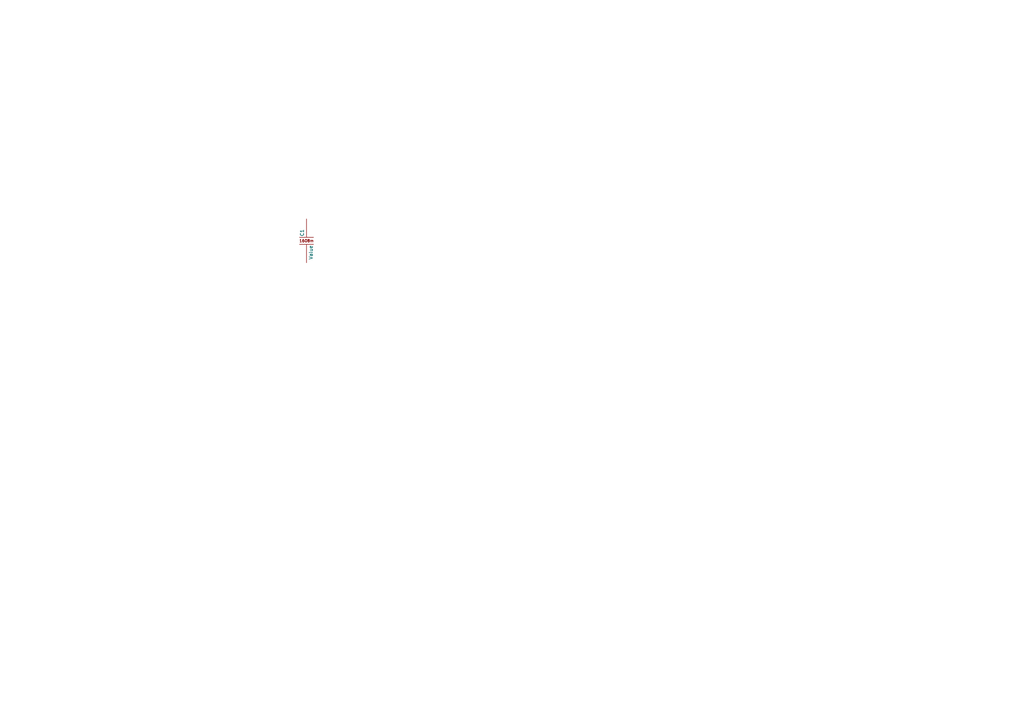
<source format=kicad_sch>
(kicad_sch (version 20230121) (generator eeschema)

  (uuid fa5df8a3-6e5f-49f9-b1a4-10cabcdbe348)

  (paper "A4")

  (lib_symbols
    (symbol "Basic:C1608m" (pin_numbers hide) (pin_names (offset 0) hide) (in_bom yes) (on_board yes)
      (property "Reference" "C" (at -1.27 1.27 90) (do_not_autoplace)
        (effects (font (size 1 1)) (justify left))
      )
      (property "Value" "Value" (at 1.27 -1.27 90) (do_not_autoplace)
        (effects (font (size 1 1)) (justify right))
      )
      (property "Footprint" "" (at 0 0 90)
        (effects (font (size 1.27 1.27)) hide)
      )
      (property "Datasheet" "" (at 0 0 90)
        (effects (font (size 1.27 1.27)) hide)
      )
      (symbol "C1608m_0_1"
        (polyline
          (pts
            (xy -2.032 1.016)
            (xy 2.032 1.016)
          )
          (stroke (width 0) (type default))
          (fill (type none))
        )
        (polyline
          (pts
            (xy 2.032 -1.016)
            (xy -2.032 -1.016)
          )
          (stroke (width 0) (type default))
          (fill (type none))
        )
      )
      (symbol "C1608m_1_1"
        (text "1608m" (at 0 0 0)
          (effects (font (size 0.8 0.8)))
        )
        (pin input line (at 0 6.35 270) (length 5.2)
          (name "1" (effects (font (size 1.27 1.27))))
          (number "1" (effects (font (size 1.27 1.27))))
        )
        (pin input line (at 0 -6.35 90) (length 5.2)
          (name "2" (effects (font (size 1.27 1.27))))
          (number "2" (effects (font (size 1.27 1.27))))
        )
      )
    )
  )


  (symbol (lib_id "Basic:C1608m") (at 88.9 69.85 0) (unit 1)
    (in_bom yes) (on_board yes) (dnp no) (fields_autoplaced)
    (uuid db01cddd-eacd-4777-bcde-503443f0f83b)
    (property "Reference" "C1" (at 87.63 68.58 90) (do_not_autoplace)
      (effects (font (size 1 1)) (justify left))
    )
    (property "Value" "Value" (at 90.17 71.12 90) (do_not_autoplace)
      (effects (font (size 1 1)) (justify right))
    )
    (property "Footprint" "" (at 88.9 69.85 90)
      (effects (font (size 1.27 1.27)) hide)
    )
    (property "Datasheet" "" (at 88.9 69.85 90)
      (effects (font (size 1.27 1.27)) hide)
    )
    (pin "1" (uuid 56d6660d-cfcf-4f72-bcc7-2c77737e7458))
    (pin "2" (uuid 868dd74c-5225-4198-b55e-fca12ae073be))
    (instances
      (project "USB_PD_BB"
        (path "/fa5df8a3-6e5f-49f9-b1a4-10cabcdbe348"
          (reference "C1") (unit 1)
        )
      )
    )
  )

  (sheet_instances
    (path "/" (page "1"))
  )
)

</source>
